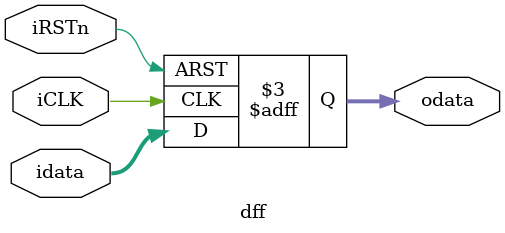
<source format=v>
module dff #(parameter N=16)

		 (input iCLK,
		  input iRSTn,
		  input [N-1:0] idata,
		  output reg [N-1:0] odata
		 );



always @(posedge iCLK, negedge iRSTn)
begin
	if(!iRSTn)
		odata <= 0;

	else
		odata<= idata;
end
endmodule
		

</source>
